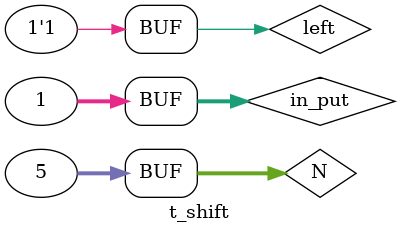
<source format=v>
module shift(out_put,in_put,left,N);
output reg [31:0]out_put;
input  [31:0]in_put,N;
input  left;

integer i=0;
//assign out_put=left?{in_put[30:0],1'b0}:{1'b0,in_put[31:1]};
always@(*)

/* if(left)begin
for(i=0;i<=N;i=i+1)
 out_put={in_put[30:0],1'b0};end */
out_put=in_put<<N;
endmodule

module t_shift;
wire [31:0]out_put;
reg  [31:0]in_put,N;
reg  left;
shift m(out_put,in_put,left,N);
initial begin 
in_put=32'd1; left=1;N=32'd5;
end
endmodule

</source>
